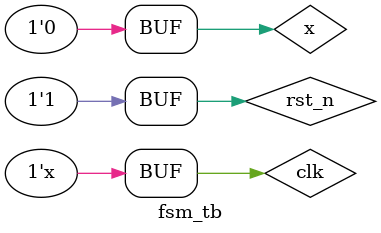
<source format=v>
`timescale 1ps / 1ps

module fsm_tb;

    // Parameters
    parameter CLK_PERIOD = 2; // Clock period in ns

    // Signals
    reg x;
    reg clk;
    reg rst_n;
    wire y;

    // Instantiate the module under test
    fsm dut (
        .x(x),
        .clk(clk),
        .rst_n(rst_n),
        .y(y)
    );

    // Clock generation
    always #((CLK_PERIOD/2)) clk = ~clk;

    // Initial stimulus
    initial begin
        // Initialize inputs
        x = 0;
        rst_n = 1;
        clk = 0;

        // Reset FSM
        #1 rst_n = 0;
        #1 rst_n = 1;
        // Test case 1: x = 0
        #1 x = 0;
        #1;
        // Test case 2: x = 1
        #1 x = 1;
        #1;
        // Test case 3: x = 0
        #1 x = 0;
        #1;
        // Test case 4: x = 1
        #1 x = 1;
        #1;
        // Test case 5: x = 0
        #1 x = 0;
        #1;
        // Test case 6: Reset
        #1 rst_n = 0;
        #1 rst_n = 1;
        #1;
        // End simulation
        // $finish;
        //$stop;
    end

endmodule
</source>
